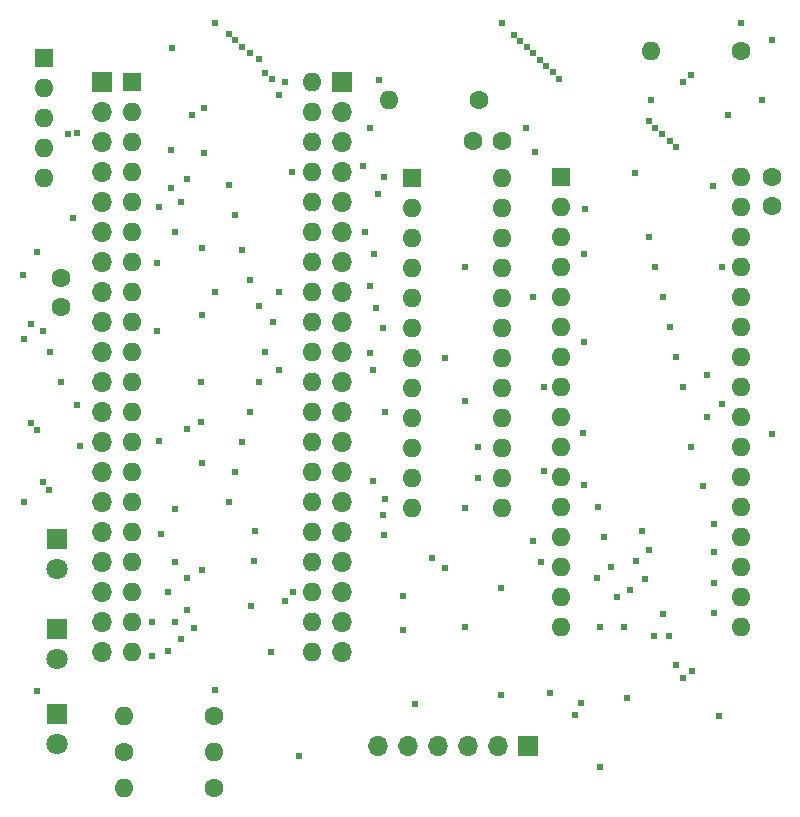
<source format=gts>
%TF.GenerationSoftware,KiCad,Pcbnew,7.0.7*%
%TF.CreationDate,2025-02-21T09:52:27+09:00*%
%TF.ProjectId,w65c_Rev1.6,77363563-5f52-4657-9631-2e362e6b6963,Rev1.6*%
%TF.SameCoordinates,PX5f6f270PY775a330*%
%TF.FileFunction,Soldermask,Top*%
%TF.FilePolarity,Negative*%
%FSLAX46Y46*%
G04 Gerber Fmt 4.6, Leading zero omitted, Abs format (unit mm)*
G04 Created by KiCad (PCBNEW 7.0.7) date 2025-02-21 09:52:27*
%MOMM*%
%LPD*%
G01*
G04 APERTURE LIST*
%ADD10R,1.800000X1.800000*%
%ADD11C,1.800000*%
%ADD12C,1.600000*%
%ADD13O,1.600000X1.600000*%
%ADD14R,1.600000X1.600000*%
%ADD15R,1.700000X1.700000*%
%ADD16O,1.700000X1.700000*%
%ADD17C,0.605000*%
G04 APERTURE END LIST*
D10*
X4060000Y24160000D03*
D11*
X4060000Y21620000D03*
D12*
X9700000Y6110000D03*
D13*
X17320000Y6110000D03*
D12*
X17330000Y3040000D03*
D13*
X9710000Y3040000D03*
D12*
X61920000Y65450000D03*
D13*
X54300000Y65450000D03*
D12*
X39740000Y61340000D03*
D13*
X32120000Y61340000D03*
D10*
X4060000Y16510000D03*
D11*
X4060000Y13970000D03*
D10*
X4060000Y9340000D03*
D11*
X4060000Y6800000D03*
D12*
X41730000Y57850000D03*
X39230000Y57850000D03*
X64550000Y54790000D03*
X64550000Y52290000D03*
D14*
X2920000Y64860000D03*
D13*
X2920000Y62320000D03*
X2920000Y59780000D03*
X2920000Y57240000D03*
X2920000Y54700000D03*
D14*
X10331000Y62795000D03*
D13*
X10331000Y60255000D03*
X10331000Y57715000D03*
X10331000Y55175000D03*
X10331000Y52635000D03*
X10331000Y50095000D03*
X10331000Y47555000D03*
X10331000Y45015000D03*
X10331000Y42475000D03*
X10331000Y39935000D03*
X10331000Y37395000D03*
X10331000Y34855000D03*
X10331000Y32315000D03*
X10331000Y29775000D03*
X10331000Y27235000D03*
X10331000Y24695000D03*
X10331000Y22155000D03*
X10331000Y19615000D03*
X10331000Y17075000D03*
X10331000Y14535000D03*
X25571000Y14535000D03*
X25571000Y17075000D03*
X25571000Y19615000D03*
X25571000Y22155000D03*
X25571000Y24695000D03*
X25571000Y27235000D03*
X25571000Y29775000D03*
X25571000Y32315000D03*
X25571000Y34855000D03*
X25571000Y37395000D03*
X25571000Y39935000D03*
X25571000Y42475000D03*
X25571000Y45015000D03*
X25571000Y47555000D03*
X25571000Y50095000D03*
X25571000Y52635000D03*
X25571000Y55175000D03*
X25571000Y57715000D03*
X25571000Y60255000D03*
X25571000Y62795000D03*
D12*
X17320000Y9170000D03*
D13*
X9700000Y9170000D03*
D15*
X43900000Y6610000D03*
D16*
X41360000Y6610000D03*
X38820000Y6610000D03*
X36280000Y6610000D03*
X33740000Y6610000D03*
X31200000Y6610000D03*
D14*
X46699000Y54790000D03*
D13*
X46699000Y52250000D03*
X46699000Y49710000D03*
X46699000Y47170000D03*
X46699000Y44630000D03*
X46699000Y42090000D03*
X46699000Y39550000D03*
X46699000Y37010000D03*
X46699000Y34470000D03*
X46699000Y31930000D03*
X46699000Y29390000D03*
X46699000Y26850000D03*
X46699000Y24310000D03*
X46699000Y21770000D03*
X46699000Y19230000D03*
X46699000Y16690000D03*
X61939000Y16690000D03*
X61939000Y19230000D03*
X61939000Y21770000D03*
X61939000Y24310000D03*
X61939000Y26850000D03*
X61939000Y29390000D03*
X61939000Y31930000D03*
X61939000Y34470000D03*
X61939000Y37010000D03*
X61939000Y39550000D03*
X61939000Y42090000D03*
X61939000Y44630000D03*
X61939000Y47170000D03*
X61939000Y49710000D03*
X61939000Y52250000D03*
X61939000Y54790000D03*
D14*
X34110000Y54720000D03*
D13*
X34110000Y52180000D03*
X34110000Y49640000D03*
X34110000Y47100000D03*
X34110000Y44560000D03*
X34110000Y42020000D03*
X34110000Y39480000D03*
X34110000Y36940000D03*
X34110000Y34400000D03*
X34110000Y31860000D03*
X34110000Y29320000D03*
X34110000Y26780000D03*
X41730000Y26780000D03*
X41730000Y29320000D03*
X41730000Y31860000D03*
X41730000Y34400000D03*
X41730000Y36940000D03*
X41730000Y39480000D03*
X41730000Y42020000D03*
X41730000Y44560000D03*
X41730000Y47100000D03*
X41730000Y49640000D03*
X41730000Y52180000D03*
X41730000Y54720000D03*
D12*
X4340000Y43770000D03*
X4340000Y46270000D03*
D15*
X28111000Y62795000D03*
D16*
X28111000Y60255000D03*
X28111000Y57715000D03*
X28111000Y55175000D03*
X28111000Y52635000D03*
X28111000Y50095000D03*
X28111000Y47555000D03*
X28111000Y45015000D03*
X28111000Y42475000D03*
X28111000Y39935000D03*
X28111000Y37395000D03*
X28111000Y34855000D03*
X28111000Y32315000D03*
X28111000Y29775000D03*
X28111000Y27235000D03*
X28111000Y24695000D03*
X28111000Y22155000D03*
X28111000Y19615000D03*
X28111000Y17075000D03*
X28111000Y14535000D03*
D15*
X7791000Y62795000D03*
D16*
X7791000Y60255000D03*
X7791000Y57715000D03*
X7791000Y55175000D03*
X7791000Y52635000D03*
X7791000Y50095000D03*
X7791000Y47555000D03*
X7791000Y45015000D03*
X7791000Y42475000D03*
X7791000Y39935000D03*
X7791000Y37395000D03*
X7791000Y34855000D03*
X7791000Y32315000D03*
X7791000Y29775000D03*
X7791000Y27235000D03*
X7791000Y24695000D03*
X7791000Y22155000D03*
X7791000Y19615000D03*
X7791000Y17075000D03*
X7791000Y14535000D03*
D17*
X17400000Y67800000D03*
X2290000Y11300000D03*
X41730000Y67800000D03*
X61940000Y67800000D03*
X17409998Y11359999D03*
X4340000Y37390000D03*
X17390000Y45020000D03*
X59660000Y20410000D03*
X63700000Y61340000D03*
X52970000Y55120000D03*
X49710000Y20850000D03*
X53770000Y20710000D03*
X48570000Y33100900D03*
X64590000Y66420000D03*
X59660000Y17830000D03*
X59640000Y23010000D03*
X54280000Y61340000D03*
X31700000Y54740000D03*
X64550000Y33060000D03*
X48630000Y48280000D03*
X38570000Y35840000D03*
X5710000Y35450000D03*
X49960000Y4850016D03*
X41640000Y20020000D03*
X31780000Y27480000D03*
X49970000Y16690000D03*
X20740000Y22230000D03*
X12620000Y52250000D03*
X31780000Y34850000D03*
X12830000Y24570000D03*
X33310000Y19330000D03*
X48670000Y28680000D03*
X20470000Y18440000D03*
X31670000Y24450000D03*
X45760000Y11120000D03*
X30120000Y50130000D03*
X33320000Y16390000D03*
X12510000Y41780000D03*
X60050000Y9160000D03*
X12650000Y32410000D03*
X34300000Y10200000D03*
X20800000Y24790000D03*
X41570000Y10910000D03*
X1110000Y46500000D03*
X38580000Y16700000D03*
X22130000Y14530000D03*
X48700000Y52040000D03*
X12500000Y47540000D03*
X13780000Y65690000D03*
X5340000Y51330000D03*
X5943700Y31978312D03*
X38570000Y47190000D03*
X38570000Y26780000D03*
X59520000Y53990000D03*
X48630000Y40820000D03*
X52320000Y10710000D03*
X24550000Y5720000D03*
X30870000Y48300000D03*
X58700000Y28600000D03*
X57020000Y62800000D03*
X57020000Y12380000D03*
X57020000Y37010000D03*
X54525000Y15905000D03*
X16435600Y56805800D03*
X16435600Y60628300D03*
X54680000Y47170000D03*
X54680000Y58940000D03*
X55330000Y17760000D03*
X55210600Y58382672D03*
X55320000Y44620000D03*
X54130000Y59489400D03*
X54130000Y49710000D03*
X5730000Y58470000D03*
X54139400Y23230000D03*
X60860000Y60020000D03*
X4973389Y58448983D03*
X59630000Y25380000D03*
X16310000Y43110000D03*
X31630000Y42020000D03*
X31070000Y43710000D03*
X16310000Y48770000D03*
X45230000Y37020000D03*
X45230000Y29929400D03*
X2310000Y48440000D03*
X2318800Y33390000D03*
X1788200Y42310000D03*
X1788200Y33930896D03*
X30790000Y29000000D03*
X30790000Y38450000D03*
X2849400Y28990000D03*
X2860000Y41780000D03*
X3380000Y28310000D03*
X3385600Y39930000D03*
X16240000Y34020000D03*
X16240000Y37400000D03*
X44310000Y44630000D03*
X44310000Y23930000D03*
X45010000Y22220000D03*
X16330000Y21480000D03*
X16330000Y30559400D03*
X1240000Y27270000D03*
X1257600Y41080000D03*
X31580000Y26120000D03*
X39660000Y31880000D03*
X36860000Y21680000D03*
X15031700Y20850000D03*
X36850000Y39480000D03*
X15031700Y18120000D03*
X14501100Y15660000D03*
X14510000Y52640000D03*
X12100000Y17070000D03*
X57720000Y63450000D03*
X57750000Y12920000D03*
X31255191Y62989400D03*
X12100000Y14250000D03*
X57720000Y31928900D03*
X44490000Y56870000D03*
X30480000Y58910000D03*
X13410000Y14610000D03*
X13420000Y19620000D03*
X56430000Y39550000D03*
X56430000Y13450600D03*
X56430000Y57280000D03*
X43710000Y58910000D03*
X29940000Y55744600D03*
X13970000Y17110000D03*
X55880000Y57800000D03*
X55830000Y15900000D03*
X55880000Y42090000D03*
X13970000Y22150000D03*
X18540000Y27240000D03*
X42684400Y66830000D03*
X49830000Y26860000D03*
X18540000Y66845600D03*
X18540000Y54100000D03*
X19130000Y66360000D03*
X19130000Y29780000D03*
X50360000Y24310000D03*
X19130000Y51590000D03*
X43250000Y66300000D03*
X19650000Y32320000D03*
X50910000Y21760000D03*
X19660600Y65820000D03*
X19660000Y48590000D03*
X43800000Y65770000D03*
X20380000Y65289400D03*
X20380000Y46100000D03*
X51441100Y19251100D03*
X44340284Y65239910D03*
X20380000Y34860000D03*
X21109400Y64758800D03*
X51990000Y16720000D03*
X21110000Y37390000D03*
X44890000Y64710000D03*
X21109400Y43875000D03*
X45450000Y64170000D03*
X21640000Y63550000D03*
X21640000Y39935000D03*
X52520600Y19780600D03*
X47870000Y9270000D03*
X46000000Y63640000D03*
X22270000Y42475000D03*
X53051200Y22300600D03*
X22240000Y63080000D03*
X30480000Y39920000D03*
X30480000Y45530000D03*
X53590000Y24840600D03*
X22790000Y45007500D03*
X48400600Y10250000D03*
X46541620Y63111275D03*
X22800000Y61690000D03*
X22790000Y38432500D03*
X15040000Y33470000D03*
X15049400Y54640000D03*
X13970500Y50090000D03*
X13970500Y26680000D03*
X35750000Y22510000D03*
X23350000Y18890000D03*
X23365000Y62795000D03*
X15580000Y16579400D03*
X15410000Y59990000D03*
X39678000Y29320000D03*
X23880600Y55200000D03*
X24000000Y19660000D03*
X13690000Y57050000D03*
X13690000Y53890000D03*
X59070000Y34470000D03*
X59070000Y38040000D03*
X31210000Y53320000D03*
X60350000Y35530000D03*
X60350000Y47170000D03*
M02*

</source>
